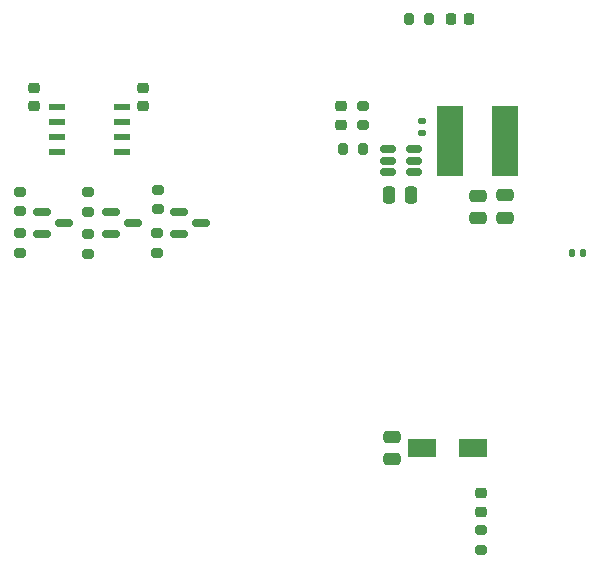
<source format=gbr>
%TF.GenerationSoftware,KiCad,Pcbnew,7.0.1-0*%
%TF.CreationDate,2023-05-05T03:57:04-04:00*%
%TF.ProjectId,rcc-pico,7263632d-7069-4636-9f2e-6b696361645f,rev?*%
%TF.SameCoordinates,Original*%
%TF.FileFunction,Paste,Top*%
%TF.FilePolarity,Positive*%
%FSLAX46Y46*%
G04 Gerber Fmt 4.6, Leading zero omitted, Abs format (unit mm)*
G04 Created by KiCad (PCBNEW 7.0.1-0) date 2023-05-05 03:57:04*
%MOMM*%
%LPD*%
G01*
G04 APERTURE LIST*
G04 Aperture macros list*
%AMRoundRect*
0 Rectangle with rounded corners*
0 $1 Rounding radius*
0 $2 $3 $4 $5 $6 $7 $8 $9 X,Y pos of 4 corners*
0 Add a 4 corners polygon primitive as box body*
4,1,4,$2,$3,$4,$5,$6,$7,$8,$9,$2,$3,0*
0 Add four circle primitives for the rounded corners*
1,1,$1+$1,$2,$3*
1,1,$1+$1,$4,$5*
1,1,$1+$1,$6,$7*
1,1,$1+$1,$8,$9*
0 Add four rect primitives between the rounded corners*
20,1,$1+$1,$2,$3,$4,$5,0*
20,1,$1+$1,$4,$5,$6,$7,0*
20,1,$1+$1,$6,$7,$8,$9,0*
20,1,$1+$1,$8,$9,$2,$3,0*%
G04 Aperture macros list end*
%ADD10R,2.330000X1.560000*%
%ADD11RoundRect,0.150000X-0.512500X-0.150000X0.512500X-0.150000X0.512500X0.150000X-0.512500X0.150000X0*%
%ADD12RoundRect,0.200000X0.275000X-0.200000X0.275000X0.200000X-0.275000X0.200000X-0.275000X-0.200000X0*%
%ADD13RoundRect,0.150000X-0.587500X-0.150000X0.587500X-0.150000X0.587500X0.150000X-0.587500X0.150000X0*%
%ADD14RoundRect,0.218750X-0.218750X-0.256250X0.218750X-0.256250X0.218750X0.256250X-0.218750X0.256250X0*%
%ADD15RoundRect,0.250000X-0.475000X0.250000X-0.475000X-0.250000X0.475000X-0.250000X0.475000X0.250000X0*%
%ADD16RoundRect,0.225000X0.250000X-0.225000X0.250000X0.225000X-0.250000X0.225000X-0.250000X-0.225000X0*%
%ADD17R,1.460500X0.558800*%
%ADD18RoundRect,0.200000X-0.275000X0.200000X-0.275000X-0.200000X0.275000X-0.200000X0.275000X0.200000X0*%
%ADD19RoundRect,0.250000X0.475000X-0.250000X0.475000X0.250000X-0.475000X0.250000X-0.475000X-0.250000X0*%
%ADD20RoundRect,0.200000X0.200000X0.275000X-0.200000X0.275000X-0.200000X-0.275000X0.200000X-0.275000X0*%
%ADD21RoundRect,0.140000X0.170000X-0.140000X0.170000X0.140000X-0.170000X0.140000X-0.170000X-0.140000X0*%
%ADD22RoundRect,0.140000X0.140000X0.170000X-0.140000X0.170000X-0.140000X-0.170000X0.140000X-0.170000X0*%
%ADD23RoundRect,0.250000X-0.250000X-0.475000X0.250000X-0.475000X0.250000X0.475000X-0.250000X0.475000X0*%
%ADD24R,2.225000X5.950000*%
%ADD25RoundRect,0.218750X0.256250X-0.218750X0.256250X0.218750X-0.256250X0.218750X-0.256250X-0.218750X0*%
G04 APERTURE END LIST*
D10*
%TO.C,D3*%
X130272500Y-74650000D03*
X134552500Y-74650000D03*
%TD*%
D11*
%TO.C,U1*%
X127362500Y-49400000D03*
X127362500Y-50350000D03*
X127362500Y-51300000D03*
X129637500Y-51300000D03*
X129637500Y-50350000D03*
X129637500Y-49400000D03*
%TD*%
D12*
%TO.C,R1*%
X125250000Y-47350000D03*
X125250000Y-45700000D03*
%TD*%
D13*
%TO.C,Q3*%
X98112500Y-54675000D03*
X98112500Y-56575000D03*
X99987500Y-55625000D03*
%TD*%
D14*
%TO.C,D1*%
X132687500Y-38350000D03*
X134262500Y-38350000D03*
%TD*%
D15*
%TO.C,C2*%
X137335000Y-53275000D03*
X137335000Y-55175000D03*
%TD*%
D16*
%TO.C,C9*%
X106690125Y-45747500D03*
X106690125Y-44197500D03*
%TD*%
D17*
%TO.C,U2*%
X99390975Y-45772500D03*
X99390975Y-47042500D03*
X99390975Y-48312500D03*
X99390975Y-49582500D03*
X104839275Y-49582500D03*
X104839275Y-48312500D03*
X104839275Y-47042500D03*
X104839275Y-45772500D03*
%TD*%
D18*
%TO.C,R4*%
X135250000Y-81637500D03*
X135250000Y-83287500D03*
%TD*%
D12*
%TO.C,R6*%
X107880000Y-54445000D03*
X107880000Y-52795000D03*
%TD*%
D19*
%TO.C,C5*%
X127775000Y-73700000D03*
X127775000Y-75600000D03*
%TD*%
D20*
%TO.C,R2*%
X125275000Y-49400000D03*
X123625000Y-49400000D03*
%TD*%
D12*
%TO.C,R10*%
X96230000Y-54635000D03*
X96230000Y-52985000D03*
%TD*%
%TO.C,R8*%
X102010000Y-54655000D03*
X102010000Y-53005000D03*
%TD*%
D13*
%TO.C,Q1*%
X109712500Y-54662500D03*
X109712500Y-56562500D03*
X111587500Y-55612500D03*
%TD*%
D21*
%TO.C,C1*%
X130250000Y-47980000D03*
X130250000Y-47020000D03*
%TD*%
D22*
%TO.C,C7*%
X143905000Y-58125000D03*
X142945000Y-58125000D03*
%TD*%
D12*
%TO.C,R7*%
X102000000Y-58215000D03*
X102000000Y-56565000D03*
%TD*%
D20*
%TO.C,R3*%
X130850000Y-38350000D03*
X129200000Y-38350000D03*
%TD*%
D23*
%TO.C,C4*%
X127450000Y-53225000D03*
X129350000Y-53225000D03*
%TD*%
D13*
%TO.C,Q2*%
X103962500Y-54675000D03*
X103962500Y-56575000D03*
X105837500Y-55625000D03*
%TD*%
D12*
%TO.C,R9*%
X96250000Y-58125000D03*
X96250000Y-56475000D03*
%TD*%
D24*
%TO.C,L1*%
X132675000Y-48675000D03*
X137275000Y-48675000D03*
%TD*%
D16*
%TO.C,C6*%
X123375000Y-47300000D03*
X123375000Y-45750000D03*
%TD*%
D15*
%TO.C,C3*%
X135000000Y-53300000D03*
X135000000Y-55200000D03*
%TD*%
D25*
%TO.C,D2*%
X135250000Y-80050000D03*
X135250000Y-78475000D03*
%TD*%
D16*
%TO.C,C8*%
X97425000Y-45725000D03*
X97425000Y-44175000D03*
%TD*%
D12*
%TO.C,R5*%
X107850000Y-58135000D03*
X107850000Y-56485000D03*
%TD*%
M02*

</source>
